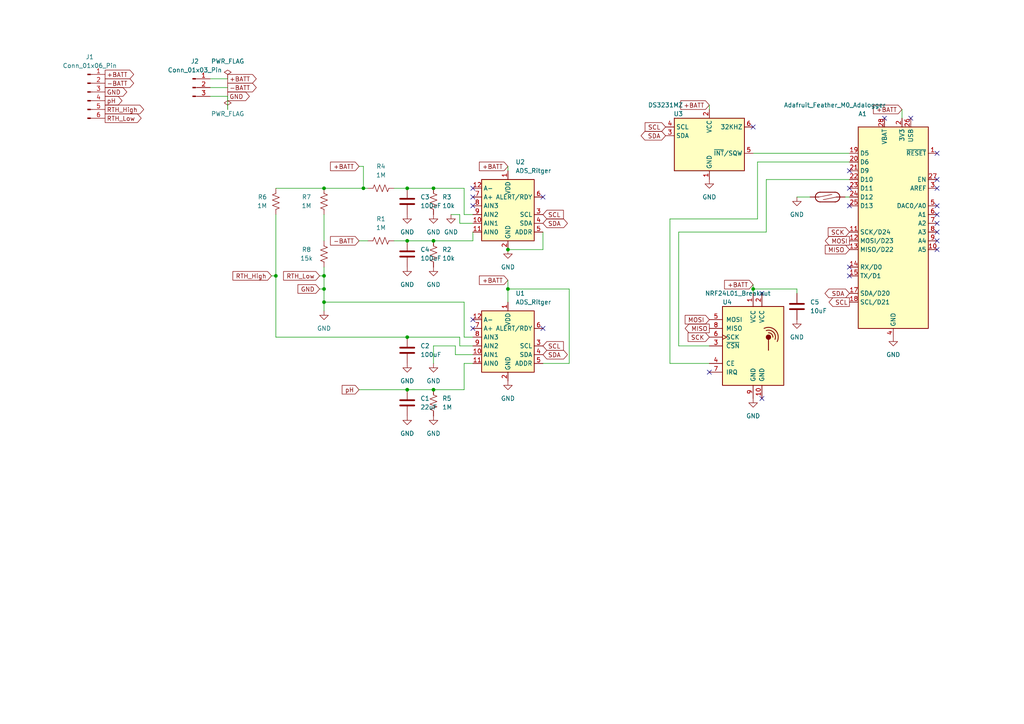
<source format=kicad_sch>
(kicad_sch (version 20230121) (generator eeschema)
  (paper "A4")
  (lib_symbols
    (symbol "ADS_Ritger_1"
      (property "Reference" "U" (at 2.54 13.97 0))
      (property "Value" "ADS_Ritger" (at 7.62 11.43 0))
      (symbol "ADS_Ritger_1_0_1"
        (rectangle (start -7.62 10.16) (end 7.62 -7.62) (stroke (width 0.254)) (fill (type background)))
      )
      (symbol "ADS_Ritger_1_1_1"
        (pin power_in line (at 0 12.7 270) (length 2.54) (name "VDD") (number "1"))
        (pin input line (at -10.16 -2.54 0) (length 2.54) (name "AIN1") (number "10"))
        (pin input line (at -10.16 -5.08 0) (length 2.54) (name "AIN0") (number "11"))
        (pin input line (at -10.16 7.62 0) (length 2.54) (name "A-") (number "12"))
        (pin power_in line (at 0 -10.16 90) (length 2.54) (name "GND") (number "2"))
        (pin input line (at 10.16 0 180) (length 2.54) (name "SCL") (number "3"))
        (pin bidirectional line (at 10.16 -2.54 180) (length 2.54) (name "SDA") (number "4"))
        (pin input line (at 10.16 -5.08 180) (length 2.54) (name "ADDR") (number "5"))
        (pin output line (at 10.16 5.08 180) (length 2.54) (name "ALERT/RDY") (number "6"))
        (pin input line (at -10.16 5.08 0) (length 2.54) (name "A+") (number "7"))
        (pin input line (at -10.16 2.54 0) (length 2.54) (name "AIN3") (number "8"))
        (pin input line (at -10.16 0 0) (length 2.54) (name "AIN2") (number "9"))
      )
    )
    (symbol "ADS_Ritger_2"
      (property "Reference" "U" (at 2.54 13.97 0))
      (property "Value" "ADS_Ritger" (at 7.62 11.43 0))
      (symbol "ADS_Ritger_2_0_1"
        (rectangle (start -7.62 10.16) (end 7.62 -7.62) (stroke (width 0.254)) (fill (type background)))
      )
      (symbol "ADS_Ritger_2_1_1"
        (pin power_in line (at 0 12.7 270) (length 2.54) (name "VDD") (number "1"))
        (pin input line (at -10.16 -2.54 0) (length 2.54) (name "AIN1") (number "10"))
        (pin input line (at -10.16 -5.08 0) (length 2.54) (name "AIN0") (number "11"))
        (pin input line (at -10.16 7.62 0) (length 2.54) (name "A-") (number "12"))
        (pin power_in line (at 0 -10.16 90) (length 2.54) (name "GND") (number "2"))
        (pin input line (at 10.16 0 180) (length 2.54) (name "SCL") (number "3"))
        (pin bidirectional line (at 10.16 -2.54 180) (length 2.54) (name "SDA") (number "4"))
        (pin input line (at 10.16 -5.08 180) (length 2.54) (name "ADDR") (number "5"))
        (pin output line (at 10.16 5.08 180) (length 2.54) (name "ALERT/RDY") (number "6"))
        (pin input line (at -10.16 5.08 0) (length 2.54) (name "A+") (number "7"))
        (pin input line (at -10.16 2.54 0) (length 2.54) (name "AIN3") (number "8"))
        (pin input line (at -10.16 0 0) (length 2.54) (name "AIN2") (number "9"))
      )
    )
    (symbol "Connector:Conn_01x03_Pin" (pin_names (offset 1.016) hide)
      (property "Reference" "J" (at 0 5.08 0))
      (property "Value" "Conn_01x03_Pin" (at 0 -5.08 0))
      (symbol "Conn_01x03_Pin_1_1"
        (polyline (pts (xy 1.27 -2.54) (xy 0.8636 -2.54)) (stroke (width 0.1524)))
        (polyline (pts (xy 1.27 0) (xy 0.8636 0)) (stroke (width 0.1524)))
        (polyline (pts (xy 1.27 2.54) (xy 0.8636 2.54)) (stroke (width 0.1524)))
        (rectangle (start 0.8636 -2.413) (end 0 -2.667) (stroke (width 0.1524)) (fill (type outline)))
        (rectangle (start 0.8636 0.127) (end 0 -0.127) (stroke (width 0.1524)) (fill (type outline)))
        (rectangle (start 0.8636 2.667) (end 0 2.413) (stroke (width 0.1524)) (fill (type outline)))
        (pin passive line (at 5.08 2.54 180) (length 3.81) (name "Pin_1") (number "1"))
        (pin passive line (at 5.08 0 180) (length 3.81) (name "Pin_2") (number "2"))
        (pin passive line (at 5.08 -2.54 180) (length 3.81) (name "Pin_3") (number "3"))
      )
    )
    (symbol "Connector:Conn_01x06_Pin" (pin_names (offset 1.016) hide)
      (property "Reference" "J" (at 0 7.62 0))
      (property "Value" "Conn_01x06_Pin" (at 0 -10.16 0))
      (symbol "Conn_01x06_Pin_1_1"
        (polyline (pts (xy 1.27 -7.62) (xy 0.8636 -7.62)) (stroke (width 0.1524)))
        (polyline (pts (xy 1.27 -5.08) (xy 0.8636 -5.08)) (stroke (width 0.1524)))
        (polyline (pts (xy 1.27 -2.54) (xy 0.8636 -2.54)) (stroke (width 0.1524)))
        (polyline (pts (xy 1.27 0) (xy 0.8636 0)) (stroke (width 0.1524)))
        (polyline (pts (xy 1.27 2.54) (xy 0.8636 2.54)) (stroke (width 0.1524)))
        (polyline (pts (xy 1.27 5.08) (xy 0.8636 5.08)) (stroke (width 0.1524)))
        (rectangle (start 0.8636 -7.493) (end 0 -7.747) (stroke (width 0.1524)) (fill (type outline)))
        (rectangle (start 0.8636 -4.953) (end 0 -5.207) (stroke (width 0.1524)) (fill (type outline)))
        (rectangle (start 0.8636 -2.413) (end 0 -2.667) (stroke (width 0.1524)) (fill (type outline)))
        (rectangle (start 0.8636 0.127) (end 0 -0.127) (stroke (width 0.1524)) (fill (type outline)))
        (rectangle (start 0.8636 2.667) (end 0 2.413) (stroke (width 0.1524)) (fill (type outline)))
        (rectangle (start 0.8636 5.207) (end 0 4.953) (stroke (width 0.1524)) (fill (type outline)))
        (pin passive line (at 5.08 5.08 180) (length 3.81) (name "Pin_1") (number "1"))
        (pin passive line (at 5.08 2.54 180) (length 3.81) (name "Pin_2") (number "2"))
        (pin passive line (at 5.08 0 180) (length 3.81) (name "Pin_3") (number "3"))
        (pin passive line (at 5.08 -2.54 180) (length 3.81) (name "Pin_4") (number "4"))
        (pin passive line (at 5.08 -5.08 180) (length 3.81) (name "Pin_5") (number "5"))
        (pin passive line (at 5.08 -7.62 180) (length 3.81) (name "Pin_6") (number "6"))
      )
    )
    (symbol "Device:C" (pin_numbers hide) (pin_names (offset 0.254))
      (property "Reference" "C" (at 0.635 2.54 0))
      (property "Value" "C" (at 0.635 -2.54 0))
      (symbol "C_0_1"
        (polyline (pts (xy -2.032 -0.762) (xy 2.032 -0.762)) (stroke (width 0.508)))
        (polyline (pts (xy -2.032 0.762) (xy 2.032 0.762)) (stroke (width 0.508)))
      )
      (symbol "C_1_1"
        (pin passive line (at 0 3.81 270) (length 2.794) (name "~") (number "1"))
        (pin passive line (at 0 -3.81 90) (length 2.794) (name "~") (number "2"))
      )
    )
    (symbol "Device:R_US" (pin_numbers hide) (pin_names (offset 0))
      (property "Reference" "R" (at 2.54 0 90))
      (property "Value" "R_US" (at -2.54 0 90))
      (symbol "R_US_0_1"
        (polyline (pts (xy 0 -2.286) (xy 0 -2.54)))
        (polyline (pts (xy 0 2.286) (xy 0 2.54)))
        (polyline (pts (xy 0 -0.762) (xy 1.016 -1.143) (xy 0 -1.524) (xy -1.016 -1.905) (xy 0 -2.286)))
        (polyline (pts (xy 0 0.762) (xy 1.016 0.381) (xy 0 0) (xy -1.016 -0.381) (xy 0 -0.762)))
        (polyline (pts (xy 0 2.286) (xy 1.016 1.905) (xy 0 1.524) (xy -1.016 1.143) (xy 0 0.762)))
      )
      (symbol "R_US_1_1"
        (pin passive line (at 0 3.81 270) (length 1.27) (name "~") (number "1"))
        (pin passive line (at 0 -3.81 90) (length 1.27) (name "~") (number "2"))
      )
    )
    (symbol "MCU_Module:Adafruit_Feather_M0_Adalogger"
      (property "Reference" "A" (at -10.16 29.21 0))
      (property "Value" "Adafruit_Feather_M0_Adalogger" (at 2.54 -31.75 0))
      (symbol "Adafruit_Feather_M0_Adalogger_0_1"
        (rectangle (start -10.16 27.94) (end 10.16 -30.48) (stroke (width 0.254)) (fill (type background)))
      )
      (symbol "Adafruit_Feather_M0_Adalogger_1_1"
        (pin input line (at 12.7 20.32 180) (length 2.54) (name "~{RESET}") (number "1"))
        (pin bidirectional line (at 12.7 -7.62 180) (length 2.54) (name "A5") (number "10"))
        (pin bidirectional line (at -12.7 -2.54 0) (length 2.54) (name "SCK/D24") (number "11"))
        (pin bidirectional line (at -12.7 -5.08 0) (length 2.54) (name "MOSI/D23") (number "12"))
        (pin bidirectional line (at -12.7 -7.62 0) (length 2.54) (name "MISO/D22") (number "13"))
        (pin bidirectional line (at -12.7 -12.7 0) (length 2.54) (name "RX/D0") (number "14"))
        (pin bidirectional line (at -12.7 -15.24 0) (length 2.54) (name "TX/D1") (number "15"))
        (pin passive line (at 0 -33.02 90) (length 2.54) hide (name "GND") (number "16"))
        (pin bidirectional line (at -12.7 -20.32 0) (length 2.54) (name "SDA/D20") (number "17"))
        (pin bidirectional line (at -12.7 -22.86 0) (length 2.54) (name "SCL/D21") (number "18"))
        (pin bidirectional line (at -12.7 20.32 0) (length 2.54) (name "D5") (number "19"))
        (pin power_in line (at 2.54 30.48 270) (length 2.54) (name "3V3") (number "2"))
        (pin bidirectional line (at -12.7 17.78 0) (length 2.54) (name "D6") (number "20"))
        (pin bidirectional line (at -12.7 15.24 0) (length 2.54) (name "D9") (number "21"))
        (pin bidirectional line (at -12.7 12.7 0) (length 2.54) (name "D10") (number "22"))
        (pin bidirectional line (at -12.7 10.16 0) (length 2.54) (name "D11") (number "23"))
        (pin bidirectional line (at -12.7 7.62 0) (length 2.54) (name "D12") (number "24"))
        (pin bidirectional line (at -12.7 5.08 0) (length 2.54) (name "D13") (number "25"))
        (pin power_in line (at 5.08 30.48 270) (length 2.54) (name "USB") (number "26"))
        (pin input line (at 12.7 12.7 180) (length 2.54) (name "EN") (number "27"))
        (pin power_in line (at -2.54 30.48 270) (length 2.54) (name "VBAT") (number "28"))
        (pin input line (at 12.7 10.16 180) (length 2.54) (name "AREF") (number "3"))
        (pin power_in line (at 0 -33.02 90) (length 2.54) (name "GND") (number "4"))
        (pin bidirectional line (at 12.7 5.08 180) (length 2.54) (name "DAC0/A0") (number "5"))
        (pin bidirectional line (at 12.7 2.54 180) (length 2.54) (name "A1") (number "6"))
        (pin bidirectional line (at 12.7 0 180) (length 2.54) (name "A2") (number "7"))
        (pin bidirectional line (at 12.7 -2.54 180) (length 2.54) (name "A3") (number "8"))
        (pin bidirectional line (at 12.7 -5.08 180) (length 2.54) (name "A4") (number "9"))
      )
    )
    (symbol "RF:NRF24L01_Breakout" (pin_names (offset 1.016))
      (property "Reference" "U" (at -8.89 12.7 0))
      (property "Value" "NRF24L01_Breakout" (at 3.81 12.7 0))
      (symbol "NRF24L01_Breakout_0_1"
        (rectangle (start -8.89 11.43) (end 8.89 -11.43) (stroke (width 0.254)) (fill (type background)))
        (polyline (pts (xy 4.445 1.905) (xy 4.445 -1.27)) (stroke (width 0.254)))
        (circle (center 4.445 2.54) (radius 0.635) (stroke (width 0.254)) (fill (type outline)))
        (arc (start 5.715 2.54) (mid 5.3521 3.4546) (end 4.445 3.81) (stroke (width 0.254)))
        (arc (start 6.35 1.905) (mid 5.8763 3.9854) (end 3.81 4.445) (stroke (width 0.254)))
        (arc (start 6.985 1.27) (mid 6.453 4.548) (end 3.175 5.08) (stroke (width 0.254)))
      )
      (symbol "NRF24L01_Breakout_1_1"
        (pin power_in line (at 0 15.24 270) (length 3.81) (name "VCC") (number "1"))
        (pin power_in line (at 2.54 -15.24 90) (length 3.81) (name "GND") (number "10"))
        (pin power_in line (at 2.54 15.24 270) (length 3.81) (name "VCC") (number "2"))
        (pin input line (at -12.7 0 0) (length 3.81) (name "~{CSN}") (number "3"))
        (pin input line (at -12.7 -5.08 0) (length 3.81) (name "CE") (number "4"))
        (pin input line (at -12.7 7.62 0) (length 3.81) (name "MOSI") (number "5"))
        (pin input clock (at -12.7 2.54 0) (length 3.81) (name "SCK") (number "6"))
        (pin output line (at -12.7 -7.62 0) (length 3.81) (name "IRQ") (number "7"))
        (pin output line (at -12.7 5.08 0) (length 3.81) (name "MISO") (number "8"))
        (pin power_in line (at 0 -15.24 90) (length 3.81) (name "GND") (number "9"))
      )
    )
    (symbol "Switch:SW_Reed" (pin_numbers hide) (pin_names (offset 0) hide)
      (property "Reference" "SW" (at 0 2.54 0))
      (property "Value" "SW_Reed" (at 0 -2.54 0))
      (symbol "SW_Reed_0_0"
        (arc (start -2.159 1.397) (mid -3.55 0) (end -2.159 -1.397) (stroke (width 0.254)))
        (polyline (pts (xy -2.54 0) (xy 1.27 0.762)))
        (polyline (pts (xy -2.159 -1.397) (xy 2.286 -1.397)) (stroke (width 0.254)))
        (polyline (pts (xy 2.159 1.397) (xy -2.159 1.397)) (stroke (width 0.254)))
        (polyline (pts (xy 2.54 0) (xy -1.27 -0.762)))
        (arc (start 2.159 -1.397) (mid 3.55 0) (end 2.159 1.397) (stroke (width 0.254)))
      )
      (symbol "SW_Reed_1_1"
        (pin passive line (at -5.08 0 0) (length 2.54) (name "1") (number "1"))
        (pin passive line (at 5.08 0 180) (length 2.54) (name "2") (number "2"))
      )
    )
    (symbol "Timer_RTC:DS3231MZ"
      (property "Reference" "U" (at -7.62 8.89 0))
      (property "Value" "DS3231MZ" (at 11.43 8.89 0))
      (symbol "DS3231MZ_0_1"
        (rectangle (start -10.16 7.62) (end 10.16 -7.62) (stroke (width 0.254)) (fill (type background)))
      )
      (symbol "DS3231MZ_1_1"
        (pin power_in line (at 0 -10.16 90) (length 2.54) (name "GND") (number "1"))
        (pin power_in line (at 0 10.16 270) (length 2.54) (name "VCC") (number "2"))
        (pin bidirectional line (at -12.7 2.54 0) (length 2.54) (name "SDA") (number "3"))
        (pin input line (at -12.7 5.08 0) (length 2.54) (name "SCL") (number "4"))
        (pin open_collector line (at 12.7 -2.54 180) (length 2.54) (name "~{INT}/SQW") (number "5"))
        (pin open_collector line (at 12.7 5.08 180) (length 2.54) (name "32KHZ") (number "6"))
      )
    )
    (symbol "power:GND" (power) (pin_names (offset 0))
      (property "Value" "GND" (at 0 -3.81 0))
      (symbol "GND_0_1"
        (polyline (pts (xy 0 0) (xy 0 -1.27) (xy 1.27 -1.27) (xy 0 -2.54) (xy -1.27 -1.27) (xy 0 -1.27)))
      )
      (symbol "GND_1_1"
        (pin power_in line (at 0 0 270) (length 0) hide (name "GND") (number "1"))
      )
    )
    (symbol "power:PWR_FLAG" (power) (pin_numbers hide) (pin_names (offset 0) hide)
      (property "Value" "PWR_FLAG" (at 0 3.81 0))
      (symbol "PWR_FLAG_0_0"
        (pin power_out line (at 0 0 90) (length 0) (name "pwr") (number "1"))
      )
      (symbol "PWR_FLAG_0_1"
        (polyline (pts (xy 0 0) (xy 0 1.27) (xy -1.016 1.905) (xy 0 2.54) (xy 1.016 1.905) (xy 0 1.27)))
      )
    )
  )
  (junction (at 93.98 87.63))
  (junction (at 218.44 83.82))
  (junction (at 125.73 113.03))
  (junction (at 125.73 69.85))
  (junction (at 93.98 54.61))
  (junction (at 125.73 54.61))
  (junction (at 93.98 83.82))
  (junction (at 147.32 72.39))
  (junction (at 93.98 80.01))
  (junction (at 118.11 54.61))
  (junction (at 118.11 69.85))
  (junction (at 80.01 80.01))
  (junction (at 147.32 83.82))
  (junction (at 118.11 97.79))
  (junction (at 105.41 54.61))
  (junction (at 118.11 113.03))
  (no_connect (at 271.78 52.07))
  (no_connect (at 137.16 54.61))
  (no_connect (at 205.74 107.95))
  (no_connect (at 246.38 54.61))
  (no_connect (at 271.78 59.69))
  (no_connect (at 137.16 59.69))
  (no_connect (at 137.16 57.15))
  (no_connect (at 264.16 34.29))
  (no_connect (at 271.78 54.61))
  (no_connect (at 157.48 57.15))
  (no_connect (at 218.44 36.83))
  (no_connect (at 137.16 95.25))
  (no_connect (at 271.78 44.45))
  (no_connect (at 271.78 62.23))
  (no_connect (at 271.78 72.39))
  (no_connect (at 246.38 80.01))
  (no_connect (at 271.78 69.85))
  (no_connect (at 137.16 92.71))
  (no_connect (at 246.38 77.47))
  (no_connect (at 220.98 85.09))
  (no_connect (at 246.38 49.53))
  (no_connect (at 271.78 67.31))
  (no_connect (at 220.98 115.57))
  (no_connect (at 271.78 64.77))
  (no_connect (at 256.54 34.29))
  (no_connect (at 246.38 59.69))
  (no_connect (at 157.48 95.25))
  (wire (pts (xy 219.71 46.99) (xy 219.71 63.5)))
  (wire (pts (xy 118.11 54.61) (xy 125.73 54.61)))
  (wire (pts (xy 93.98 87.63) (xy 134.62 87.63)))
  (wire (pts (xy 133.35 62.23) (xy 133.35 64.77)))
  (wire (pts (xy 125.73 100.33) (xy 132.08 100.33)))
  (wire (pts (xy 93.98 87.63) (xy 93.98 90.17)))
  (wire (pts (xy 130.81 62.23) (xy 133.35 62.23)))
  (wire (pts (xy 219.71 46.99) (xy 246.38 46.99)))
  (wire (pts (xy 105.41 54.61) (xy 106.68 54.61)))
  (wire (pts (xy 134.62 105.41) (xy 134.62 113.03)))
  (wire (pts (xy 66.04 27.94) (xy 60.96 27.94)))
  (wire (pts (xy 147.32 83.82) (xy 165.1 83.82)))
  (wire (pts (xy 78.74 80.01) (xy 80.01 80.01)))
  (wire (pts (xy 134.62 62.23) (xy 137.16 62.23)))
  (wire (pts (xy 134.62 54.61) (xy 134.62 62.23)))
  (wire (pts (xy 80.01 80.01) (xy 80.01 97.79)))
  (wire (pts (xy 125.73 54.61) (xy 134.62 54.61)))
  (wire (pts (xy 66.04 27.94) (xy 66.04 31.75)))
  (wire (pts (xy 80.01 97.79) (xy 118.11 97.79)))
  (wire (pts (xy 218.44 82.55) (xy 218.44 83.82)))
  (wire (pts (xy 246.38 44.45) (xy 218.44 44.45)))
  (wire (pts (xy 80.01 62.23) (xy 80.01 80.01)))
  (wire (pts (xy 93.98 77.47) (xy 93.98 80.01)))
  (wire (pts (xy 114.3 69.85) (xy 118.11 69.85)))
  (wire (pts (xy 194.31 63.5) (xy 194.31 105.41)))
  (wire (pts (xy 137.16 102.87) (xy 132.08 102.87)))
  (wire (pts (xy 205.74 30.48) (xy 205.74 31.75)))
  (wire (pts (xy 137.16 105.41) (xy 134.62 105.41)))
  (wire (pts (xy 93.98 62.23) (xy 93.98 69.85)))
  (wire (pts (xy 118.11 69.85) (xy 125.73 69.85)))
  (wire (pts (xy 133.35 100.33) (xy 133.35 97.79)))
  (wire (pts (xy 118.11 113.03) (xy 125.73 113.03)))
  (wire (pts (xy 104.14 69.85) (xy 106.68 69.85)))
  (wire (pts (xy 66.04 22.86) (xy 60.96 22.86)))
  (wire (pts (xy 147.32 81.28) (xy 147.32 83.82)))
  (wire (pts (xy 222.25 67.31) (xy 196.85 67.31)))
  (wire (pts (xy 93.98 83.82) (xy 93.98 87.63)))
  (wire (pts (xy 137.16 100.33) (xy 133.35 100.33)))
  (wire (pts (xy 80.01 54.61) (xy 93.98 54.61)))
  (wire (pts (xy 157.48 67.31) (xy 157.48 72.39)))
  (wire (pts (xy 196.85 100.33) (xy 205.74 100.33)))
  (wire (pts (xy 137.16 69.85) (xy 137.16 67.31)))
  (wire (pts (xy 231.14 85.09) (xy 231.14 83.82)))
  (wire (pts (xy 147.32 83.82) (xy 147.32 87.63)))
  (wire (pts (xy 132.08 102.87) (xy 132.08 100.33)))
  (wire (pts (xy 231.14 57.15) (xy 234.95 57.15)))
  (wire (pts (xy 245.11 57.15) (xy 246.38 57.15)))
  (wire (pts (xy 93.98 54.61) (xy 105.41 54.61)))
  (wire (pts (xy 104.14 113.03) (xy 118.11 113.03)))
  (wire (pts (xy 92.71 83.82) (xy 93.98 83.82)))
  (wire (pts (xy 134.62 97.79) (xy 134.62 87.63)))
  (wire (pts (xy 157.48 105.41) (xy 165.1 105.41)))
  (wire (pts (xy 219.71 63.5) (xy 194.31 63.5)))
  (wire (pts (xy 165.1 83.82) (xy 165.1 105.41)))
  (wire (pts (xy 93.98 80.01) (xy 93.98 83.82)))
  (wire (pts (xy 147.32 72.39) (xy 157.48 72.39)))
  (wire (pts (xy 231.14 83.82) (xy 218.44 83.82)))
  (wire (pts (xy 147.32 48.26) (xy 147.32 49.53)))
  (wire (pts (xy 261.62 31.75) (xy 261.62 34.29)))
  (wire (pts (xy 137.16 97.79) (xy 134.62 97.79)))
  (wire (pts (xy 222.25 52.07) (xy 222.25 67.31)))
  (wire (pts (xy 114.3 54.61) (xy 118.11 54.61)))
  (wire (pts (xy 246.38 52.07) (xy 222.25 52.07)))
  (wire (pts (xy 105.41 48.26) (xy 105.41 54.61)))
  (wire (pts (xy 125.73 69.85) (xy 137.16 69.85)))
  (wire (pts (xy 218.44 83.82) (xy 218.44 85.09)))
  (wire (pts (xy 196.85 67.31) (xy 196.85 100.33)))
  (wire (pts (xy 60.96 25.4) (xy 66.04 25.4)))
  (wire (pts (xy 118.11 97.79) (xy 133.35 97.79)))
  (wire (pts (xy 92.71 80.01) (xy 93.98 80.01)))
  (wire (pts (xy 194.31 105.41) (xy 205.74 105.41)))
  (wire (pts (xy 125.73 100.33) (xy 125.73 105.41)))
  (wire (pts (xy 133.35 64.77) (xy 137.16 64.77)))
  (wire (pts (xy 125.73 113.03) (xy 134.62 113.03)))
  (wire (pts (xy 104.14 48.26) (xy 105.41 48.26)))
  (global_label "SDA" (shape bidirectional) (at 246.38 85.09 180) (property "Intersheetrefs" "${INTERSHEET_REFS}" (effects hide)))
  (global_label "SCK" (shape input) (at 246.38 67.31 180) (property "Intersheetrefs" "${INTERSHEET_REFS}" (effects hide)))
  (global_label "+BATT" (shape input) (at 218.44 82.55 180) (property "Intersheetrefs" "${INTERSHEET_REFS}" (effects hide)))
  (global_label "-BATT" (shape output) (at 66.04 25.4 0) (property "Intersheetrefs" "${INTERSHEET_REFS}" (effects hide)))
  (global_label "+BATT" (shape output) (at 66.04 22.86 0) (property "Intersheetrefs" "${INTERSHEET_REFS}" (effects hide)))
  (global_label "pH" (shape input) (at 104.14 113.03 180) (property "Intersheetrefs" "${INTERSHEET_REFS}" (effects hide)))
  (global_label "SCL" (shape input) (at 193.04 36.83 180) (property "Intersheetrefs" "${INTERSHEET_REFS}" (effects hide)))
  (global_label "-BATT" (shape output) (at 30.48 24.13 0) (property "Intersheetrefs" "${INTERSHEET_REFS}" (effects hide)))
  (global_label "RTH_High" (shape input) (at 78.74 80.01 180) (property "Intersheetrefs" "${INTERSHEET_REFS}" (effects hide)))
  (global_label "MISO" (shape output) (at 205.74 95.25 180) (property "Intersheetrefs" "${INTERSHEET_REFS}" (effects hide)))
  (global_label "SDA" (shape bidirectional) (at 157.48 64.77 0) (property "Intersheetrefs" "${INTERSHEET_REFS}" (effects hide)))
  (global_label "+BATT" (shape input) (at 261.62 31.75 180) (property "Intersheetrefs" "${INTERSHEET_REFS}" (effects hide)))
  (global_label "MOSI" (shape output) (at 246.38 69.85 180) (property "Intersheetrefs" "${INTERSHEET_REFS}" (effects hide)))
  (global_label "+BATT" (shape input) (at 104.14 48.26 180) (property "Intersheetrefs" "${INTERSHEET_REFS}" (effects hide)))
  (global_label "RTH_Low" (shape input) (at 92.71 80.01 180) (property "Intersheetrefs" "${INTERSHEET_REFS}" (effects hide)))
  (global_label "SCL" (shape input) (at 157.48 62.23 0) (property "Intersheetrefs" "${INTERSHEET_REFS}" (effects hide)))
  (global_label "SCL" (shape output) (at 246.38 87.63 180) (property "Intersheetrefs" "${INTERSHEET_REFS}" (effects hide)))
  (global_label "SCK" (shape input) (at 205.74 97.79 180) (property "Intersheetrefs" "${INTERSHEET_REFS}" (effects hide)))
  (global_label "GND" (shape input) (at 92.71 83.82 180) (property "Intersheetrefs" "${INTERSHEET_REFS}" (effects hide)))
  (global_label "pH" (shape output) (at 30.48 29.21 0) (property "Intersheetrefs" "${INTERSHEET_REFS}" (effects hide)))
  (global_label "+BATT" (shape input) (at 147.32 48.26 180) (property "Intersheetrefs" "${INTERSHEET_REFS}" (effects hide)))
  (global_label "+BATT" (shape input) (at 205.74 30.48 180) (property "Intersheetrefs" "${INTERSHEET_REFS}" (effects hide)))
  (global_label "GND" (shape output) (at 30.48 26.67 0) (property "Intersheetrefs" "${INTERSHEET_REFS}" (effects hide)))
  (global_label "RTH_High" (shape output) (at 30.48 31.75 0) (property "Intersheetrefs" "${INTERSHEET_REFS}" (effects hide)))
  (global_label "SCL" (shape input) (at 157.48 100.33 0) (property "Intersheetrefs" "${INTERSHEET_REFS}" (effects hide)))
  (global_label "SDA" (shape bidirectional) (at 193.04 39.37 180) (property "Intersheetrefs" "${INTERSHEET_REFS}" (effects hide)))
  (global_label "GND" (shape output) (at 66.04 27.94 0) (property "Intersheetrefs" "${INTERSHEET_REFS}" (effects hide)))
  (global_label "MOSI" (shape input) (at 205.74 92.71 180) (property "Intersheetrefs" "${INTERSHEET_REFS}" (effects hide)))
  (global_label "-BATT" (shape input) (at 104.14 69.85 180) (property "Intersheetrefs" "${INTERSHEET_REFS}" (effects hide)))
  (global_label "+BATT" (shape output) (at 30.48 21.59 0) (property "Intersheetrefs" "${INTERSHEET_REFS}" (effects hide)))
  (global_label "SDA" (shape bidirectional) (at 157.48 102.87 0) (property "Intersheetrefs" "${INTERSHEET_REFS}" (effects hide)))
  (global_label "+BATT" (shape input) (at 147.32 81.28 180) (property "Intersheetrefs" "${INTERSHEET_REFS}" (effects hide)))
  (global_label "MISO" (shape input) (at 246.38 72.39 180) (property "Intersheetrefs" "${INTERSHEET_REFS}" (effects hide)))
  (global_label "RTH_Low" (shape output) (at 30.48 34.29 0) (property "Intersheetrefs" "${INTERSHEET_REFS}" (effects hide)))
  (symbol (lib_id "power:GND") (at 125.73 105.41 0) (unit 1)
    (property "Reference" "#PWR026" (effects hide))
    (property "Value" "GND" (at 125.73 110.49 0))
  )
  (symbol (lib_id "Timer_RTC:DS3231MZ") (at 205.74 41.91 0) (unit 1)
    (property "Reference" "U3" (at 198.12 33.02 0) (effects (justify right)))
    (property "Value" "DS3231MZ" (at 198.12 30.48 0) (effects (justify right)))
    (property "Footprint" "Library:DS3231RTC_amelia" (effects hide))
    (property "Datasheet" "http://datasheets.maximintegrated.com/en/ds/DS3231M.pdf" (effects hide))
  )
  (symbol (lib_id "Device:R_US") (at 93.98 58.42 180) (unit 1)
    (property "Reference" "R7" (at 88.9 57.15 0))
    (property "Value" "1M" (at 88.9 59.69 0))
    (property "Footprint" "Resistor_SMD:R_0603_1608Metric_Pad0.98x0.95mm_HandSolder" (effects hide))
  )
  (symbol (lib_id "power:GND") (at 125.73 120.65 0) (unit 1)
    (property "Reference" "#PWR020" (effects hide))
    (property "Value" "GND" (at 125.73 125.73 0))
  )
  (symbol (lib_id "Device:C") (at 231.14 88.9 0) (unit 1)
    (property "Reference" "C5" (at 234.95 87.63 0) (effects (justify left)))
    (property "Value" "10uF" (at 234.95 90.17 0) (effects (justify left)))
    (property "Footprint" "Capacitor_SMD:C_1206_3216Metric_Pad1.33x1.80mm_HandSolder" (effects hide))
  )
  (symbol (lib_id "MCU_Module:Adafruit_Feather_M0_Adalogger") (at 259.08 64.77 0) (unit 1)
    (property "Reference" "A1" (at 248.92 33.02 0) (effects (justify left)))
    (property "Value" "Adafruit_Feather_M0_Adalogger" (at 227.33 30.48 0) (effects (justify left)))
    (property "Footprint" "Library:Adalogger_amelia_nomount" (effects hide))
    (property "Datasheet" "https://cdn-learn.adafruit.com/downloads/pdf/adafruit-feather-m0-adalogger.pdf" (effects hide))
  )
  (symbol (lib_id "Device:R_US") (at 125.73 73.66 0) (unit 1)
    (property "Reference" "R2" (at 128.27 72.39 0) (effects (justify left)))
    (property "Value" "10k" (at 128.27 74.93 0) (effects (justify left)))
    (property "Footprint" "Resistor_SMD:R_0603_1608Metric_Pad0.98x0.95mm_HandSolder" (effects hide))
  )
  (symbol (lib_id "power:GND") (at 147.32 72.39 0) (unit 1)
    (property "Reference" "#PWR029" (effects hide))
    (property "Value" "GND" (at 147.32 77.47 0))
  )
  (symbol (lib_id "power:GND") (at 231.14 92.71 0) (unit 1)
    (property "Reference" "#PWR02" (effects hide))
    (property "Value" "GND" (at 231.14 97.79 0))
  )
  (symbol (lib_id "Device:R_US") (at 125.73 58.42 0) (unit 1)
    (property "Reference" "R3" (at 128.27 57.15 0) (effects (justify left)))
    (property "Value" "10k" (at 128.27 59.69 0) (effects (justify left)))
    (property "Footprint" "Resistor_SMD:R_0603_1608Metric_Pad0.98x0.95mm_HandSolder" (effects hide))
  )
  (symbol (lib_id "Device:C") (at 118.11 58.42 0) (unit 1)
    (property "Reference" "C3" (at 121.92 57.15 0) (effects (justify left)))
    (property "Value" "100uF" (at 121.92 59.69 0) (effects (justify left)))
    (property "Footprint" "Capacitor_SMD:C_1206_3216Metric_Pad1.33x1.80mm_HandSolder" (effects hide))
  )
  (symbol (lib_id "Device:C") (at 118.11 116.84 0) (unit 1)
    (property "Reference" "C1" (at 121.92 115.57 0) (effects (justify left)))
    (property "Value" "22uF" (at 121.92 118.11 0) (effects (justify left)))
    (property "Footprint" "Capacitor_SMD:C_1206_3216Metric_Pad1.33x1.80mm_HandSolder" (effects hide))
  )
  (symbol (lib_id "Switch:SW_Reed") (at 240.03 57.15 0) (unit 1)
    (property "Reference" "SW1" (effects hide))
    (property "Value" "SW_Reed" (effects hide))
    (property "Footprint" "Library:REED_amelia" (effects hide))
  )
  (symbol (lib_id "power:PWR_FLAG") (at 66.04 22.86 0) (unit 1)
    (property "Reference" "#FLG01" (effects hide))
    (property "Value" "PWR_FLAG" (at 66.04 17.78 0))
  )
  (symbol (lib_id "Device:C") (at 118.11 73.66 0) (unit 1)
    (property "Reference" "C4" (at 121.92 72.39 0) (effects (justify left)))
    (property "Value" "100uF" (at 121.92 74.93 0) (effects (justify left)))
    (property "Footprint" "Capacitor_SMD:C_1206_3216Metric_Pad1.33x1.80mm_HandSolder" (effects hide))
  )
  (symbol (lib_id "power:GND") (at 93.98 90.17 0) (unit 1)
    (property "Reference" "#PWR012" (effects hide))
    (property "Value" "GND" (at 93.98 95.25 0))
  )
  (symbol (lib_id "power:GND") (at 125.73 62.23 0) (unit 1)
    (property "Reference" "#PWR021" (effects hide))
    (property "Value" "GND" (at 125.73 67.31 0))
  )
  (symbol (lib_id "Device:R_US") (at 110.49 69.85 90) (unit 1)
    (property "Reference" "R1" (at 110.49 63.5 90))
    (property "Value" "1M" (at 110.49 66.04 90))
    (property "Footprint" "Resistor_SMD:R_0603_1608Metric_Pad0.98x0.95mm_HandSolder" (effects hide))
  )
  (symbol (lib_id "Connector:Conn_01x03_Pin") (at 55.88 25.4 0) (unit 1)
    (property "Reference" "J2" (at 56.515 17.78 0))
    (property "Value" "Conn_01x03_Pin" (at 56.515 20.32 0))
    (property "Footprint" "Connector_PinSocket_2.54mm:PinSocket_1x03_P2.54mm_Horizontal" (effects hide))
  )
  (symbol (lib_id "power:GND") (at 118.11 62.23 0) (unit 1)
    (property "Reference" "#PWR018" (effects hide))
    (property "Value" "GND" (at 118.11 67.31 0))
  )
  (symbol (lib_name "ADS_Ritger_2") (lib_id "Analog_ADC:ADS_Ritger") (at 147.32 100.33 0) (unit 1)
    (property "Reference" "U1" (at 149.5141 85.09 0) (effects (justify left)))
    (property "Value" "ADS_Ritger" (at 149.5141 87.63 0) (effects (justify left)))
    (property "Footprint" "Library:ADC_amelia_nomount" (effects hide))
    (property "Datasheet" "http://www.ti.com/lit/ds/symlink/ads1015.pdf" (effects hide))
  )
  (symbol (lib_id "power:GND") (at 118.11 77.47 0) (unit 1)
    (property "Reference" "#PWR019" (effects hide))
    (property "Value" "GND" (at 118.11 82.55 0))
  )
  (symbol (lib_id "power:GND") (at 130.81 62.23 0) (unit 1)
    (property "Reference" "#PWR027" (effects hide))
    (property "Value" "GND" (at 130.81 67.31 0))
  )
  (symbol (lib_name "ADS_Ritger_1") (lib_id "Analog_ADC:ADS_Ritger") (at 147.32 62.23 0) (unit 1)
    (property "Reference" "U2" (at 149.5141 46.99 0) (effects (justify left)))
    (property "Value" "ADS_Ritger" (at 149.5141 49.53 0) (effects (justify left)))
    (property "Footprint" "Library:ADC_amelia_nomount" (effects hide))
    (property "Datasheet" "http://www.ti.com/lit/ds/symlink/ads1015.pdf" (effects hide))
  )
  (symbol (lib_id "Device:R_US") (at 125.73 116.84 0) (unit 1)
    (property "Reference" "R5" (at 128.27 115.57 0) (effects (justify left)))
    (property "Value" "1M" (at 128.27 118.11 0) (effects (justify left)))
    (property "Footprint" "Resistor_SMD:R_0603_1608Metric_Pad0.98x0.95mm_HandSolder" (effects hide))
  )
  (symbol (lib_id "Device:C") (at 118.11 101.6 0) (unit 1)
    (property "Reference" "C2" (at 121.92 100.33 0) (effects (justify left)))
    (property "Value" "100uF" (at 121.92 102.87 0) (effects (justify left)))
    (property "Footprint" "Capacitor_SMD:C_1206_3216Metric_Pad1.33x1.80mm_HandSolder" (effects hide))
  )
  (symbol (lib_id "Device:R_US") (at 80.01 58.42 0) (mirror y) (unit 1)
    (property "Reference" "R6" (at 77.47 57.15 0) (effects (justify left)))
    (property "Value" "1M" (at 77.47 59.69 0) (effects (justify left)))
    (property "Footprint" "Resistor_SMD:R_0603_1608Metric_Pad0.98x0.95mm_HandSolder" (effects hide))
  )
  (symbol (lib_id "power:PWR_FLAG") (at 66.04 31.75 0) (unit 1)
    (property "Reference" "#FLG02" (effects hide))
    (property "Value" "PWR_FLAG" (at 66.04 33.02 0))
  )
  (symbol (lib_id "power:GND") (at 118.11 120.65 0) (unit 1)
    (property "Reference" "#PWR017" (effects hide))
    (property "Value" "GND" (at 118.11 125.73 0))
  )
  (symbol (lib_id "power:GND") (at 125.73 77.47 0) (unit 1)
    (property "Reference" "#PWR022" (effects hide))
    (property "Value" "GND" (at 125.73 82.55 0))
  )
  (symbol (lib_id "power:GND") (at 118.11 105.41 0) (unit 1)
    (property "Reference" "#PWR030" (effects hide))
    (property "Value" "GND" (at 118.11 110.49 0))
  )
  (symbol (lib_id "power:GND") (at 218.44 115.57 0) (unit 1)
    (property "Reference" "#PWR023" (effects hide))
    (property "Value" "GND" (at 218.44 120.65 0))
  )
  (symbol (lib_id "Device:R_US") (at 93.98 73.66 180) (unit 1)
    (property "Reference" "R8" (at 88.9 72.39 0))
    (property "Value" "15k" (at 88.9 74.93 0))
    (property "Footprint" "Resistor_SMD:R_0603_1608Metric_Pad0.98x0.95mm_HandSolder" (effects hide))
  )
  (symbol (lib_id "power:GND") (at 259.08 97.79 0) (unit 1)
    (property "Reference" "#PWR01" (effects hide))
    (property "Value" "GND" (at 259.08 102.87 0))
  )
  (symbol (lib_id "RF:NRF24L01_Breakout") (at 218.44 100.33 0) (unit 1)
    (property "Reference" "U4" (at 209.55 87.63 0) (effects (justify left)))
    (property "Value" "NRF24L01_Breakout" (at 204.47 85.09 0) (effects (justify left)))
    (property "Footprint" "Library:NRF24L01Module" (effects hide))
    (property "Datasheet" "http://www.nordicsemi.com/eng/content/download/2730/34105/file/nRF24L01_Product_Specification_v2_0.pdf" (effects hide))
  )
  (symbol (lib_id "Device:R_US") (at 110.49 54.61 90) (unit 1)
    (property "Reference" "R4" (at 110.49 48.26 90))
    (property "Value" "1M" (at 110.49 50.8 90))
    (property "Footprint" "Resistor_SMD:R_0603_1608Metric_Pad0.98x0.95mm_HandSolder" (effects hide))
  )
  (symbol (lib_id "Connector:Conn_01x06_Pin") (at 25.4 26.67 0) (unit 1)
    (property "Reference" "J1" (at 26.035 16.51 0))
    (property "Value" "Conn_01x06_Pin" (at 26.035 19.05 0))
    (property "Footprint" "Connector_PinSocket_2.54mm:PinSocket_1x06_P2.54mm_Horizontal" (effects hide))
  )
  (symbol (lib_id "power:GND") (at 205.74 52.07 0) (unit 1)
    (property "Reference" "#PWR024" (effects hide))
    (property "Value" "GND" (at 205.74 57.15 0))
  )
  (symbol (lib_id "power:GND") (at 147.32 110.49 0) (unit 1)
    (property "Reference" "#PWR028" (effects hide))
    (property "Value" "GND" (at 147.32 115.57 0))
  )
  (symbol (lib_id "power:GND") (at 231.14 57.15 0) (unit 1)
    (property "Reference" "#PWR025" (effects hide))
    (property "Value" "GND" (at 231.14 62.23 0))
  )
)
</source>
